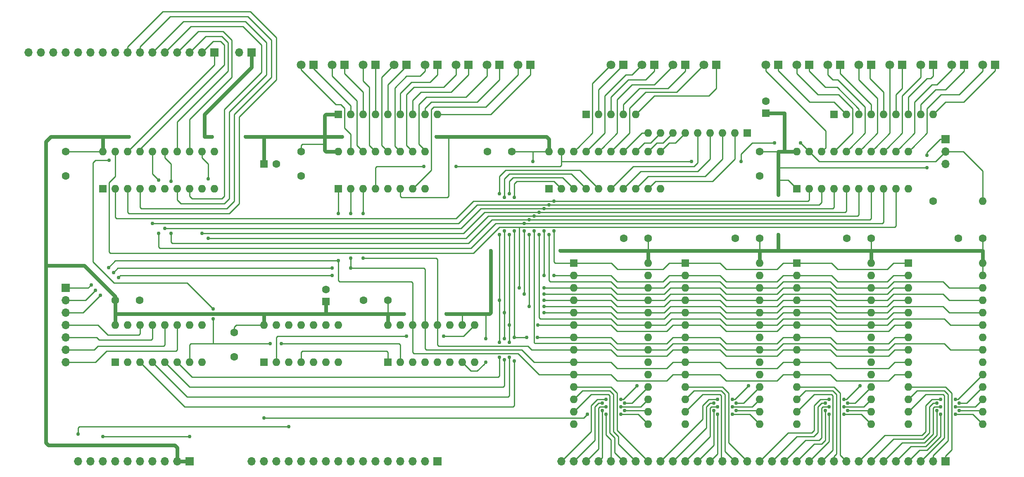
<source format=gtl>
G04 #@! TF.GenerationSoftware,KiCad,Pcbnew,(5.1.5)-3*
G04 #@! TF.CreationDate,2022-12-08T21:56:05-08:00*
G04 #@! TF.ProjectId,control_unit_16,636f6e74-726f-46c5-9f75-6e69745f3136,rev?*
G04 #@! TF.SameCoordinates,Original*
G04 #@! TF.FileFunction,Copper,L1,Top*
G04 #@! TF.FilePolarity,Positive*
%FSLAX46Y46*%
G04 Gerber Fmt 4.6, Leading zero omitted, Abs format (unit mm)*
G04 Created by KiCad (PCBNEW (5.1.5)-3) date 2022-12-08 21:56:05*
%MOMM*%
%LPD*%
G04 APERTURE LIST*
%ADD10O,1.600000X1.600000*%
%ADD11R,1.600000X1.600000*%
%ADD12O,1.700000X1.700000*%
%ADD13R,1.700000X1.700000*%
%ADD14C,1.600000*%
%ADD15C,1.800000*%
%ADD16R,1.800000X1.800000*%
%ADD17C,0.762000*%
%ADD18C,0.762000*%
%ADD19C,0.254000*%
G04 APERTURE END LIST*
D10*
X116840000Y-81280000D03*
X134620000Y-88900000D03*
X119380000Y-81280000D03*
X132080000Y-88900000D03*
X121920000Y-81280000D03*
X129540000Y-88900000D03*
X124460000Y-81280000D03*
X127000000Y-88900000D03*
X127000000Y-81280000D03*
X124460000Y-88900000D03*
X129540000Y-81280000D03*
X121920000Y-88900000D03*
X132080000Y-81280000D03*
X119380000Y-88900000D03*
X134620000Y-81280000D03*
D11*
X116840000Y-88900000D03*
D10*
X210820000Y-81280000D03*
X233680000Y-88900000D03*
X213360000Y-81280000D03*
X231140000Y-88900000D03*
X215900000Y-81280000D03*
X228600000Y-88900000D03*
X218440000Y-81280000D03*
X226060000Y-88900000D03*
X220980000Y-81280000D03*
X223520000Y-88900000D03*
X223520000Y-81280000D03*
X220980000Y-88900000D03*
X226060000Y-81280000D03*
X218440000Y-88900000D03*
X228600000Y-81280000D03*
X215900000Y-88900000D03*
X231140000Y-81280000D03*
X213360000Y-88900000D03*
X233680000Y-81280000D03*
D11*
X210820000Y-88900000D03*
D10*
X160020000Y-81280000D03*
X182880000Y-88900000D03*
X162560000Y-81280000D03*
X180340000Y-88900000D03*
X165100000Y-81280000D03*
X177800000Y-88900000D03*
X167640000Y-81280000D03*
X175260000Y-88900000D03*
X170180000Y-81280000D03*
X172720000Y-88900000D03*
X172720000Y-81280000D03*
X170180000Y-88900000D03*
X175260000Y-81280000D03*
X167640000Y-88900000D03*
X177800000Y-81280000D03*
X165100000Y-88900000D03*
X180340000Y-81280000D03*
X162560000Y-88900000D03*
X182880000Y-81280000D03*
D11*
X160020000Y-88900000D03*
D10*
X127000000Y-116840000D03*
X144780000Y-124460000D03*
X129540000Y-116840000D03*
X142240000Y-124460000D03*
X132080000Y-116840000D03*
X139700000Y-124460000D03*
X134620000Y-116840000D03*
X137160000Y-124460000D03*
X137160000Y-116840000D03*
X134620000Y-124460000D03*
X139700000Y-116840000D03*
X132080000Y-124460000D03*
X142240000Y-116840000D03*
X129540000Y-124460000D03*
X144780000Y-116840000D03*
D11*
X127000000Y-124460000D03*
D10*
X68580000Y-81280000D03*
X91440000Y-88900000D03*
X71120000Y-81280000D03*
X88900000Y-88900000D03*
X73660000Y-81280000D03*
X86360000Y-88900000D03*
X76200000Y-81280000D03*
X83820000Y-88900000D03*
X78740000Y-81280000D03*
X81280000Y-88900000D03*
X81280000Y-81280000D03*
X78740000Y-88900000D03*
X83820000Y-81280000D03*
X76200000Y-88900000D03*
X86360000Y-81280000D03*
X73660000Y-88900000D03*
X88900000Y-81280000D03*
X71120000Y-88900000D03*
X91440000Y-81280000D03*
D11*
X68580000Y-88900000D03*
D10*
X71120000Y-116840000D03*
X88900000Y-124460000D03*
X73660000Y-116840000D03*
X86360000Y-124460000D03*
X76200000Y-116840000D03*
X83820000Y-124460000D03*
X78740000Y-116840000D03*
X81280000Y-124460000D03*
X81280000Y-116840000D03*
X78740000Y-124460000D03*
X83820000Y-116840000D03*
X76200000Y-124460000D03*
X86360000Y-116840000D03*
X73660000Y-124460000D03*
X88900000Y-116840000D03*
D11*
X71120000Y-124460000D03*
D10*
X101600000Y-116840000D03*
X116840000Y-124460000D03*
X104140000Y-116840000D03*
X114300000Y-124460000D03*
X106680000Y-116840000D03*
X111760000Y-124460000D03*
X109220000Y-116840000D03*
X109220000Y-124460000D03*
X111760000Y-116840000D03*
X106680000Y-124460000D03*
X114300000Y-116840000D03*
X104140000Y-124460000D03*
X116840000Y-116840000D03*
D11*
X101600000Y-124460000D03*
D12*
X60960000Y-124460000D03*
X60960000Y-121920000D03*
X60960000Y-119380000D03*
X60960000Y-116840000D03*
X60960000Y-114300000D03*
X60960000Y-111760000D03*
D13*
X60960000Y-109220000D03*
D12*
X241300000Y-83820000D03*
X241300000Y-81280000D03*
D13*
X241300000Y-78740000D03*
D12*
X53340000Y-60960000D03*
X55880000Y-60960000D03*
X58420000Y-60960000D03*
X60960000Y-60960000D03*
X63500000Y-60960000D03*
X66040000Y-60960000D03*
X68580000Y-60960000D03*
X71120000Y-60960000D03*
X73660000Y-60960000D03*
X76200000Y-60960000D03*
X78740000Y-60960000D03*
X81280000Y-60960000D03*
X83820000Y-60960000D03*
X86360000Y-60960000D03*
X88900000Y-60960000D03*
D13*
X91440000Y-60960000D03*
D10*
X248920000Y-91440000D03*
D14*
X238760000Y-91440000D03*
D12*
X96520000Y-60960000D03*
D13*
X99060000Y-60960000D03*
X86360000Y-144780000D03*
D12*
X83820000Y-144780000D03*
X81280000Y-144780000D03*
X78740000Y-144780000D03*
X76200000Y-144780000D03*
X73660000Y-144780000D03*
X71120000Y-144780000D03*
X68580000Y-144780000D03*
X66040000Y-144780000D03*
X63500000Y-144780000D03*
D13*
X137160000Y-144780000D03*
D12*
X134620000Y-144780000D03*
X132080000Y-144780000D03*
X129540000Y-144780000D03*
X127000000Y-144780000D03*
X124460000Y-144780000D03*
X121920000Y-144780000D03*
X119380000Y-144780000D03*
X116840000Y-144780000D03*
X114300000Y-144780000D03*
X111760000Y-144780000D03*
X109220000Y-144780000D03*
X106680000Y-144780000D03*
X104140000Y-144780000D03*
X101600000Y-144780000D03*
X99060000Y-144780000D03*
D13*
X241300000Y-144780000D03*
D12*
X238760000Y-144780000D03*
X236220000Y-144780000D03*
X233680000Y-144780000D03*
X231140000Y-144780000D03*
X228600000Y-144780000D03*
X226060000Y-144780000D03*
X223520000Y-144780000D03*
X220980000Y-144780000D03*
X218440000Y-144780000D03*
X215900000Y-144780000D03*
X213360000Y-144780000D03*
X210820000Y-144780000D03*
X208280000Y-144780000D03*
X205740000Y-144780000D03*
X203200000Y-144780000D03*
X200660000Y-144780000D03*
X198120000Y-144780000D03*
X195580000Y-144780000D03*
X193040000Y-144780000D03*
X190500000Y-144780000D03*
X187960000Y-144780000D03*
X185420000Y-144780000D03*
X182880000Y-144780000D03*
X180340000Y-144780000D03*
X177800000Y-144780000D03*
X175260000Y-144780000D03*
X172720000Y-144780000D03*
X170180000Y-144780000D03*
X167640000Y-144780000D03*
X165100000Y-144780000D03*
X162560000Y-144780000D03*
D15*
X153670000Y-63500000D03*
D16*
X156210000Y-63500000D03*
D15*
X147320000Y-63500000D03*
D16*
X149860000Y-63500000D03*
D15*
X140970000Y-63500000D03*
D16*
X143510000Y-63500000D03*
D15*
X134620000Y-63500000D03*
D16*
X137160000Y-63500000D03*
D15*
X128270000Y-63500000D03*
D16*
X130810000Y-63500000D03*
D15*
X121920000Y-63500000D03*
D16*
X124460000Y-63500000D03*
D15*
X115570000Y-63500000D03*
D16*
X118110000Y-63500000D03*
D15*
X109220000Y-63500000D03*
D16*
X111760000Y-63500000D03*
D15*
X248920000Y-63500000D03*
D16*
X251460000Y-63500000D03*
D15*
X242570000Y-63500000D03*
D16*
X245110000Y-63500000D03*
D15*
X236220000Y-63500000D03*
D16*
X238760000Y-63500000D03*
D15*
X229870000Y-63500000D03*
D16*
X232410000Y-63500000D03*
D15*
X223520000Y-63500000D03*
D16*
X226060000Y-63500000D03*
D15*
X217170000Y-63500000D03*
D16*
X219710000Y-63500000D03*
D15*
X210820000Y-63500000D03*
D16*
X213360000Y-63500000D03*
D15*
X204470000Y-63500000D03*
D16*
X207010000Y-63500000D03*
D15*
X191770000Y-63500000D03*
D16*
X194310000Y-63500000D03*
D15*
X185420000Y-63500000D03*
D16*
X187960000Y-63500000D03*
D15*
X179070000Y-63500000D03*
D16*
X181610000Y-63500000D03*
D15*
X172720000Y-63500000D03*
D16*
X175260000Y-63500000D03*
D10*
X248920000Y-104140000D03*
X233680000Y-137160000D03*
X248920000Y-106680000D03*
X233680000Y-134620000D03*
X248920000Y-109220000D03*
X233680000Y-132080000D03*
X248920000Y-111760000D03*
X233680000Y-129540000D03*
X248920000Y-114300000D03*
X233680000Y-127000000D03*
X248920000Y-116840000D03*
X233680000Y-124460000D03*
X248920000Y-119380000D03*
X233680000Y-121920000D03*
X248920000Y-121920000D03*
X233680000Y-119380000D03*
X248920000Y-124460000D03*
X233680000Y-116840000D03*
X248920000Y-127000000D03*
X233680000Y-114300000D03*
X248920000Y-129540000D03*
X233680000Y-111760000D03*
X248920000Y-132080000D03*
X233680000Y-109220000D03*
X248920000Y-134620000D03*
X233680000Y-106680000D03*
X248920000Y-137160000D03*
D11*
X233680000Y-104140000D03*
D10*
X226060000Y-104140000D03*
X210820000Y-137160000D03*
X226060000Y-106680000D03*
X210820000Y-134620000D03*
X226060000Y-109220000D03*
X210820000Y-132080000D03*
X226060000Y-111760000D03*
X210820000Y-129540000D03*
X226060000Y-114300000D03*
X210820000Y-127000000D03*
X226060000Y-116840000D03*
X210820000Y-124460000D03*
X226060000Y-119380000D03*
X210820000Y-121920000D03*
X226060000Y-121920000D03*
X210820000Y-119380000D03*
X226060000Y-124460000D03*
X210820000Y-116840000D03*
X226060000Y-127000000D03*
X210820000Y-114300000D03*
X226060000Y-129540000D03*
X210820000Y-111760000D03*
X226060000Y-132080000D03*
X210820000Y-109220000D03*
X226060000Y-134620000D03*
X210820000Y-106680000D03*
X226060000Y-137160000D03*
D11*
X210820000Y-104140000D03*
D10*
X203200000Y-104140000D03*
X187960000Y-137160000D03*
X203200000Y-106680000D03*
X187960000Y-134620000D03*
X203200000Y-109220000D03*
X187960000Y-132080000D03*
X203200000Y-111760000D03*
X187960000Y-129540000D03*
X203200000Y-114300000D03*
X187960000Y-127000000D03*
X203200000Y-116840000D03*
X187960000Y-124460000D03*
X203200000Y-119380000D03*
X187960000Y-121920000D03*
X203200000Y-121920000D03*
X187960000Y-119380000D03*
X203200000Y-124460000D03*
X187960000Y-116840000D03*
X203200000Y-127000000D03*
X187960000Y-114300000D03*
X203200000Y-129540000D03*
X187960000Y-111760000D03*
X203200000Y-132080000D03*
X187960000Y-109220000D03*
X203200000Y-134620000D03*
X187960000Y-106680000D03*
X203200000Y-137160000D03*
D11*
X187960000Y-104140000D03*
D10*
X180340000Y-104140000D03*
X165100000Y-137160000D03*
X180340000Y-106680000D03*
X165100000Y-134620000D03*
X180340000Y-109220000D03*
X165100000Y-132080000D03*
X180340000Y-111760000D03*
X165100000Y-129540000D03*
X180340000Y-114300000D03*
X165100000Y-127000000D03*
X180340000Y-116840000D03*
X165100000Y-124460000D03*
X180340000Y-119380000D03*
X165100000Y-121920000D03*
X180340000Y-121920000D03*
X165100000Y-119380000D03*
X180340000Y-124460000D03*
X165100000Y-116840000D03*
X180340000Y-127000000D03*
X165100000Y-114300000D03*
X180340000Y-129540000D03*
X165100000Y-111760000D03*
X180340000Y-132080000D03*
X165100000Y-109220000D03*
X180340000Y-134620000D03*
X165100000Y-106680000D03*
X180340000Y-137160000D03*
D11*
X165100000Y-104140000D03*
D10*
X180340000Y-77470000D03*
X182880000Y-77470000D03*
X185420000Y-77470000D03*
X187960000Y-77470000D03*
X190500000Y-77470000D03*
X193040000Y-77470000D03*
X195580000Y-77470000D03*
X198120000Y-77470000D03*
D11*
X200660000Y-77470000D03*
D10*
X137160000Y-73660000D03*
X134620000Y-73660000D03*
X132080000Y-73660000D03*
X129540000Y-73660000D03*
X127000000Y-73660000D03*
X124460000Y-73660000D03*
X121920000Y-73660000D03*
X119380000Y-73660000D03*
D11*
X116840000Y-73660000D03*
D10*
X238760000Y-73660000D03*
X236220000Y-73660000D03*
X233680000Y-73660000D03*
X231140000Y-73660000D03*
X228600000Y-73660000D03*
X226060000Y-73660000D03*
X223520000Y-73660000D03*
X220980000Y-73660000D03*
D11*
X218440000Y-73660000D03*
D10*
X177800000Y-73660000D03*
X175260000Y-73660000D03*
X172720000Y-73660000D03*
X170180000Y-73660000D03*
D11*
X167640000Y-73660000D03*
D14*
X204470000Y-70906000D03*
D11*
X204470000Y-73406000D03*
D14*
X114300000Y-109514000D03*
D11*
X114300000Y-112014000D03*
D14*
X104100000Y-83820000D03*
D11*
X101600000Y-83820000D03*
D14*
X95504000Y-123364000D03*
X95504000Y-118364000D03*
X243920000Y-99060000D03*
X248920000Y-99060000D03*
X221060000Y-99060000D03*
X226060000Y-99060000D03*
X109220000Y-86280000D03*
X109220000Y-81280000D03*
X203200000Y-86280000D03*
X203200000Y-81280000D03*
X147400000Y-81280000D03*
X152400000Y-81280000D03*
X198200000Y-99060000D03*
X203200000Y-99060000D03*
X122000000Y-111760000D03*
X127000000Y-111760000D03*
X76120000Y-111760000D03*
X71120000Y-111760000D03*
X60960000Y-86280000D03*
X60960000Y-81280000D03*
X175340000Y-99060000D03*
X180340000Y-99060000D03*
D17*
X140208000Y-114554000D03*
X138938000Y-114554000D03*
X130302000Y-114554000D03*
X129032000Y-114554000D03*
X116332000Y-78232000D03*
X117602000Y-78232000D03*
X136906000Y-78232000D03*
X138176000Y-78232000D03*
X89408000Y-78232000D03*
X207010000Y-98298000D03*
X207010000Y-99568000D03*
X207010000Y-90170000D03*
X207010000Y-88900000D03*
X237490000Y-82042000D03*
X237490000Y-84582000D03*
X163576000Y-101600000D03*
X162306000Y-101600000D03*
X148082000Y-102616000D03*
X148082000Y-101600018D03*
X72643998Y-78232000D03*
X97789996Y-78232000D03*
X99314000Y-78232000D03*
X73914000Y-78232000D03*
X90932000Y-78232000D03*
X147066000Y-124460008D03*
X147066000Y-119634000D03*
X156718000Y-83311992D03*
X174752000Y-132080000D03*
X171704000Y-132080000D03*
X178054000Y-129286000D03*
X175514000Y-132842000D03*
X170942000Y-132842000D03*
X171704000Y-133604000D03*
X174752000Y-133604000D03*
X170942000Y-134366000D03*
X175514000Y-134366000D03*
X174752000Y-135128000D03*
X167894000Y-135128000D03*
X171704000Y-135128000D03*
X101600010Y-135890000D03*
X197612000Y-132080000D03*
X194564000Y-132080000D03*
X200914000Y-129286000D03*
X198374000Y-132842000D03*
X193802000Y-132842000D03*
X194564000Y-133604000D03*
X197612000Y-133604000D03*
X193802000Y-134366000D03*
X198374000Y-134366000D03*
X194564000Y-135128000D03*
X197612000Y-135128000D03*
X220472000Y-132080000D03*
X217424000Y-132080000D03*
X223774000Y-129286000D03*
X221234000Y-132842000D03*
X216662000Y-132842000D03*
X217424000Y-133604000D03*
X220472000Y-133604000D03*
X216662000Y-134366000D03*
X221234000Y-134366000D03*
X217424000Y-135128000D03*
X220472000Y-135128000D03*
X243332000Y-132080000D03*
X240284000Y-132080000D03*
X244094000Y-132842000D03*
X239522000Y-132842000D03*
X243332000Y-133604000D03*
X240284000Y-133604000D03*
X244094000Y-134366000D03*
X239522000Y-134366000D03*
X240284000Y-135128000D03*
X243332000Y-135128000D03*
X91186000Y-115570000D03*
X91186000Y-113538000D03*
X68580000Y-139700000D03*
X86360000Y-139700000D03*
X102870000Y-120649996D03*
X105156000Y-120650000D03*
X69850000Y-83057998D03*
X63500000Y-139192000D03*
X106680000Y-137668000D03*
X130810000Y-119126000D03*
X138430000Y-119126000D03*
X160020000Y-92202000D03*
X160020000Y-98298000D03*
X78740000Y-96012000D03*
X80010000Y-87122000D03*
X159004000Y-110490000D03*
X154940000Y-96012000D03*
X154940000Y-97536000D03*
X154940000Y-110489992D03*
X80010000Y-98044000D03*
X82550000Y-87376010D03*
X159004000Y-113030000D03*
X155956000Y-95250000D03*
X155956000Y-98298000D03*
X155955994Y-113029994D03*
X82550000Y-98044000D03*
X116840000Y-93980000D03*
X116840000Y-103632000D03*
X69723000Y-105029000D03*
X66167000Y-108585000D03*
X157988000Y-93726000D03*
X157988000Y-98298000D03*
X88900000Y-98044000D03*
X119380000Y-93980000D03*
X119380000Y-103124000D03*
X119380000Y-105156000D03*
X115570000Y-105156000D03*
X70739000Y-106045000D03*
X67056000Y-109728000D03*
X121920000Y-93980000D03*
X121920000Y-103124000D03*
X115570000Y-106680000D03*
X71755000Y-107061000D03*
X68072000Y-110744000D03*
X90170000Y-86868000D03*
X156972000Y-94488000D03*
X156972000Y-97536000D03*
X90170000Y-99060000D03*
X155448000Y-119380000D03*
X157680010Y-119380000D03*
X152908000Y-97536000D03*
X152908000Y-90678000D03*
X152908006Y-124206000D03*
X152908000Y-119380000D03*
X157734000Y-116840000D03*
X151892000Y-98298000D03*
X151892000Y-89916000D03*
X151892000Y-123444000D03*
X151891998Y-120396000D03*
X151892000Y-116840007D03*
X159004000Y-114300000D03*
X150876000Y-97536000D03*
X150876000Y-90678000D03*
X150876000Y-114300000D03*
X150876004Y-119633996D03*
X150876000Y-123952000D03*
X159004000Y-111760000D03*
X149860000Y-98298000D03*
X149860000Y-89916000D03*
X149860000Y-111760000D03*
X149860000Y-120396000D03*
X149860000Y-123443998D03*
X153924000Y-109220000D03*
X159004000Y-109220000D03*
X161036000Y-106680000D03*
X159004000Y-92964000D03*
X159004000Y-97536002D03*
X159004000Y-106680000D03*
X81280000Y-97028000D03*
X161036000Y-91440000D03*
X161036000Y-97536000D03*
X140970000Y-84328000D03*
X134366000Y-84328000D03*
X206248000Y-79502000D03*
X211582000Y-79502000D03*
X199389976Y-83312000D03*
X189230000Y-83312000D03*
D18*
X213360000Y-101600000D02*
X212598000Y-101600000D01*
X138938000Y-114554000D02*
X140208000Y-114554000D01*
X129032000Y-114554000D02*
X130302000Y-114554000D01*
X117602000Y-78232000D02*
X116332000Y-78232000D01*
X138176000Y-78232000D02*
X136906000Y-78232000D01*
D19*
X139192000Y-90678000D02*
X139446000Y-90424000D01*
X129540000Y-90424000D02*
X129794000Y-90678000D01*
X139446000Y-90424000D02*
X139446000Y-78232000D01*
D18*
X139446000Y-78232000D02*
X138176000Y-78232000D01*
D19*
X129794000Y-90678000D02*
X139192000Y-90678000D01*
X129540000Y-88900000D02*
X129540000Y-90424000D01*
D18*
X212598000Y-101600000D02*
X226060000Y-101600000D01*
X226060000Y-101600000D02*
X233680000Y-101600000D01*
X180340000Y-101600000D02*
X203200000Y-101600000D01*
D19*
X248920000Y-101600000D02*
X248920000Y-99060000D01*
X226060000Y-101600000D02*
X226060000Y-98806000D01*
X203200000Y-99060000D02*
X203200000Y-101600000D01*
X180340000Y-99060000D02*
X180340000Y-101600000D01*
D18*
X248920000Y-101600000D02*
X248920000Y-104140000D01*
X226060000Y-104140000D02*
X226060000Y-101600000D01*
X203200000Y-104140000D02*
X203200000Y-101600000D01*
X180340000Y-104140000D02*
X180340000Y-101600000D01*
X160020000Y-78740000D02*
X159512000Y-78232000D01*
X160020000Y-81280000D02*
X160020000Y-78740000D01*
X159512000Y-78232000D02*
X139446000Y-78232000D01*
X116840000Y-81280000D02*
X114300000Y-81280000D01*
X114300000Y-81280000D02*
X114046000Y-81026000D01*
X116332000Y-78232000D02*
X114046000Y-78232000D01*
X114046000Y-78232000D02*
X114046000Y-73914000D01*
X114046000Y-73914000D02*
X114300000Y-73660000D01*
X114300000Y-73660000D02*
X116840000Y-73660000D01*
X68580000Y-81280000D02*
X68580000Y-78232000D01*
X71120000Y-116840000D02*
X71120000Y-114554000D01*
X101600000Y-115708630D02*
X101600000Y-114554000D01*
X101600000Y-116840000D02*
X101600000Y-115708630D01*
D19*
X109474000Y-79756000D02*
X114046000Y-79756000D01*
X109220000Y-81280000D02*
X109220000Y-80010000D01*
X109220000Y-80010000D02*
X109474000Y-79756000D01*
D18*
X114046000Y-81026000D02*
X114046000Y-79756000D01*
X114046000Y-79756000D02*
X114046000Y-78232000D01*
D19*
X152400000Y-81280000D02*
X160020000Y-81280000D01*
X60960000Y-81280000D02*
X68580000Y-81280000D01*
D18*
X101600000Y-83820000D02*
X101600000Y-78486000D01*
X101600000Y-78486000D02*
X101346000Y-78232000D01*
X114046000Y-78232000D02*
X101346000Y-78232000D01*
X101600000Y-114554000D02*
X114300000Y-114554000D01*
D19*
X248920000Y-106680000D02*
X248920000Y-104140000D01*
D18*
X57912000Y-78232000D02*
X68580000Y-78232000D01*
X56896000Y-79248000D02*
X57912000Y-78232000D01*
X83820000Y-141986000D02*
X83312000Y-141478000D01*
X83820000Y-144780000D02*
X83820000Y-141986000D01*
X57404000Y-141478000D02*
X56896000Y-140970000D01*
X83312000Y-141478000D02*
X57404000Y-141478000D01*
X83820000Y-144780000D02*
X86360000Y-144780000D01*
X99060000Y-60960000D02*
X99060000Y-62572000D01*
X99060000Y-62572000D02*
X99060000Y-64008000D01*
X99060000Y-64008000D02*
X89408000Y-73660000D01*
X89408000Y-73660000D02*
X89408000Y-78232000D01*
X89408000Y-78232000D02*
X89408000Y-78232000D01*
X233680000Y-101600000D02*
X238760000Y-101600000D01*
X238760000Y-101600000D02*
X248920000Y-101600000D01*
X207010000Y-101600000D02*
X207010000Y-99568000D01*
X207010000Y-101600000D02*
X212598000Y-101600000D01*
X203200000Y-101600000D02*
X207010000Y-101600000D01*
X207010000Y-99568000D02*
X207010000Y-98298000D01*
X207010000Y-90170000D02*
X207010000Y-88900000D01*
X207010000Y-88900000D02*
X207010000Y-88900000D01*
X207010000Y-83820000D02*
X207010000Y-81280000D01*
D19*
X203200000Y-81280000D02*
X207010000Y-81280000D01*
X207010000Y-87122000D02*
X209042000Y-87122000D01*
D18*
X207010000Y-88900000D02*
X207010000Y-87122000D01*
D19*
X209042000Y-87122000D02*
X210820000Y-88900000D01*
X237490000Y-81446000D02*
X237490000Y-82042000D01*
X241300000Y-78740000D02*
X240196000Y-78740000D01*
X240196000Y-78740000D02*
X237490000Y-81446000D01*
X237490000Y-84582000D02*
X235712000Y-84582000D01*
X235712000Y-84582000D02*
X207010000Y-84582000D01*
D18*
X207010000Y-87122000D02*
X207010000Y-84582000D01*
X207010000Y-84582000D02*
X207010000Y-83820000D01*
X180340000Y-101600000D02*
X163576000Y-101600000D01*
X163576000Y-101600000D02*
X162306000Y-101600000D01*
X148082000Y-113538000D02*
X148082000Y-102616000D01*
X148082000Y-102616000D02*
X148082000Y-101600018D01*
X148082000Y-114300000D02*
X148082000Y-113538000D01*
X147828000Y-114554000D02*
X148082000Y-114300000D01*
D19*
X127000000Y-111760000D02*
X127000000Y-114554000D01*
D18*
X114300000Y-114554000D02*
X127000000Y-114554000D01*
X127000000Y-114554000D02*
X129540000Y-114554000D01*
X127000000Y-116840000D02*
X127000000Y-114554000D01*
D19*
X142240000Y-116840000D02*
X142240000Y-114554000D01*
D18*
X140208000Y-114554000D02*
X142240000Y-114554000D01*
X142240000Y-114554000D02*
X147828000Y-114554000D01*
X68580000Y-78232000D02*
X72643998Y-78232000D01*
X101346000Y-78232000D02*
X97789996Y-78232000D01*
X72643998Y-78232000D02*
X73914000Y-78232000D01*
X89408000Y-78232000D02*
X90932000Y-78232000D01*
D19*
X145288008Y-126238000D02*
X146685001Y-124841007D01*
X144018000Y-126238000D02*
X145288008Y-126238000D01*
X142240000Y-124460000D02*
X144018000Y-126238000D01*
X146685001Y-124841007D02*
X147066000Y-124460008D01*
X147066000Y-119095185D02*
X147066000Y-119634000D01*
X147066000Y-114554000D02*
X147066000Y-119095185D01*
X156718000Y-81280000D02*
X156718000Y-83311992D01*
X160020000Y-81280000D02*
X156718000Y-81280000D01*
D18*
X208280000Y-81280000D02*
X210820000Y-81280000D01*
X207010000Y-81280000D02*
X208280000Y-81280000D01*
X208280000Y-73406000D02*
X204470000Y-73406000D01*
X208280000Y-81280000D02*
X208280000Y-73406000D01*
D19*
X95504000Y-118364000D02*
X95504000Y-117232630D01*
X95504000Y-117232630D02*
X95896630Y-116840000D01*
X95896630Y-116840000D02*
X101600000Y-116840000D01*
D18*
X114300000Y-112014000D02*
X114300000Y-114554000D01*
X73660000Y-114554000D02*
X101600000Y-114554000D01*
X71120000Y-114554000D02*
X73660000Y-114554000D01*
X56896000Y-140970000D02*
X56896000Y-104648000D01*
X56896000Y-104648000D02*
X56896000Y-79248000D01*
X64770000Y-104648000D02*
X56896000Y-104648000D01*
X71120000Y-114554000D02*
X71120000Y-110998000D01*
X71120000Y-110998000D02*
X64770000Y-104648000D01*
D19*
X165899999Y-80480001D02*
X165100000Y-81280000D01*
X168910000Y-77470000D02*
X165899999Y-80480001D01*
X172720000Y-63500000D02*
X168910000Y-67310000D01*
X168910000Y-67310000D02*
X168910000Y-77470000D01*
X170180000Y-68580000D02*
X175260000Y-63500000D01*
X170180000Y-73660000D02*
X170180000Y-68580000D01*
X171450000Y-69850000D02*
X175768000Y-65532000D01*
X167640000Y-81280000D02*
X171450000Y-77470000D01*
X171450000Y-77470000D02*
X171450000Y-69850000D01*
X175768000Y-65532000D02*
X177038000Y-65532000D01*
X177038000Y-65532000D02*
X179070000Y-63500000D01*
X176276000Y-66548000D02*
X179832000Y-66548000D01*
X179832000Y-66548000D02*
X181610000Y-64770000D01*
X172720000Y-73660000D02*
X172720000Y-70104000D01*
X181610000Y-64770000D02*
X181610000Y-63500000D01*
X172720000Y-70104000D02*
X176276000Y-66548000D01*
X170979999Y-80480001D02*
X170180000Y-81280000D01*
X185420000Y-63754000D02*
X181610000Y-67564000D01*
X173990000Y-77470000D02*
X170979999Y-80480001D01*
X177038000Y-67564000D02*
X173990000Y-70612000D01*
X173990000Y-70612000D02*
X173990000Y-77470000D01*
X185420000Y-63500000D02*
X185420000Y-63754000D01*
X181610000Y-67564000D02*
X177038000Y-67564000D01*
X184404000Y-68326000D02*
X187960000Y-64770000D01*
X178562000Y-68326000D02*
X184404000Y-68326000D01*
X175260000Y-73660000D02*
X175260000Y-71628000D01*
X187960000Y-64770000D02*
X187960000Y-63500000D01*
X175260000Y-71628000D02*
X178562000Y-68326000D01*
X172720000Y-81280000D02*
X176530000Y-77470000D01*
X176530000Y-72390000D02*
X179832000Y-69088000D01*
X176530000Y-77470000D02*
X176530000Y-72390000D01*
X179832000Y-69088000D02*
X186182000Y-69088000D01*
X188976000Y-66294000D02*
X191770000Y-63500000D01*
X186182000Y-69088000D02*
X188976000Y-66294000D01*
X194310000Y-68326000D02*
X194310000Y-63500000D01*
X177800000Y-73660000D02*
X181610000Y-69850000D01*
X192786000Y-69850000D02*
X194310000Y-68326000D01*
X181610000Y-69850000D02*
X192786000Y-69850000D01*
X204470000Y-64770000D02*
X204470000Y-63500000D01*
X216699999Y-76999999D02*
X204470000Y-64770000D01*
X216699999Y-80480001D02*
X216699999Y-76999999D01*
X215900000Y-81280000D02*
X216699999Y-80480001D01*
X220180001Y-72860001D02*
X220980000Y-73660000D01*
X218440000Y-71120000D02*
X220180001Y-72860001D01*
X213476000Y-71120000D02*
X218440000Y-71120000D01*
X207010000Y-63500000D02*
X207010000Y-64654000D01*
X207010000Y-64654000D02*
X213476000Y-71120000D01*
X210820000Y-65278000D02*
X210820000Y-63500000D01*
X222250000Y-77470000D02*
X222250000Y-72445019D01*
X218440000Y-81280000D02*
X222250000Y-77470000D01*
X219400981Y-69596000D02*
X215138000Y-69596000D01*
X222250000Y-72445019D02*
X219400981Y-69596000D01*
X215138000Y-69596000D02*
X210820000Y-65278000D01*
X223520000Y-72528630D02*
X223520000Y-73660000D01*
X213360000Y-64770000D02*
X216662000Y-68072000D01*
X213360000Y-63500000D02*
X213360000Y-64770000D01*
X216662000Y-68072000D02*
X219086000Y-68072000D01*
X219086000Y-68072000D02*
X223520000Y-72506000D01*
X223520000Y-72506000D02*
X223520000Y-72528630D01*
X224790000Y-77470000D02*
X221779999Y-80480001D01*
X217170000Y-63500000D02*
X217170000Y-65532000D01*
X218186000Y-66548000D02*
X219202000Y-66548000D01*
X219202000Y-66548000D02*
X224790000Y-72136000D01*
X221779999Y-80480001D02*
X220980000Y-81280000D01*
X217170000Y-65532000D02*
X218186000Y-66548000D01*
X224790000Y-72136000D02*
X224790000Y-77470000D01*
X219710000Y-65278000D02*
X219710000Y-63500000D01*
X226060000Y-73660000D02*
X226060000Y-71628000D01*
X226060000Y-71628000D02*
X219710000Y-65278000D01*
X223520000Y-63500000D02*
X223520000Y-66548000D01*
X223520000Y-66548000D02*
X227330000Y-70358000D01*
X224319999Y-80480001D02*
X227330000Y-77470000D01*
X223520000Y-81280000D02*
X224319999Y-80480001D01*
X227330000Y-70358000D02*
X227330000Y-77470000D01*
X225806000Y-66294000D02*
X225806000Y-63500000D01*
X228600000Y-73660000D02*
X228600000Y-69088000D01*
X228600000Y-69088000D02*
X225806000Y-66294000D01*
X226060000Y-81280000D02*
X226859999Y-80480001D01*
X229870000Y-63500000D02*
X229870000Y-77470000D01*
X226859999Y-80480001D02*
X229870000Y-77470000D01*
X231140000Y-69596000D02*
X231140000Y-73660000D01*
X232410000Y-63500000D02*
X232410000Y-68326000D01*
X232410000Y-68326000D02*
X231140000Y-69596000D01*
X236220000Y-63500000D02*
X236220000Y-66040000D01*
X236220000Y-66040000D02*
X232410000Y-69850000D01*
X228600000Y-81280000D02*
X229399999Y-80480001D01*
X232410000Y-69850000D02*
X232410000Y-77470000D01*
X229399999Y-80480001D02*
X232410000Y-77470000D01*
X233680000Y-70104000D02*
X233680000Y-73660000D01*
X237490000Y-66294000D02*
X233680000Y-70104000D01*
X238252000Y-66294000D02*
X237490000Y-66294000D01*
X238760000Y-63500000D02*
X238760000Y-65786000D01*
X238760000Y-65786000D02*
X238252000Y-66294000D01*
X231939999Y-80480001D02*
X231140000Y-81280000D01*
X234950000Y-77470000D02*
X231939999Y-80480001D01*
X242570000Y-64516000D02*
X239522000Y-67564000D01*
X239522000Y-67564000D02*
X238506000Y-67564000D01*
X242570000Y-63500000D02*
X242570000Y-64516000D01*
X238506000Y-67564000D02*
X234950000Y-71120000D01*
X234950000Y-71120000D02*
X234950000Y-77470000D01*
X236220000Y-71628000D02*
X236220000Y-73660000D01*
X241300000Y-68580000D02*
X239268000Y-68580000D01*
X245110000Y-63500000D02*
X245110000Y-64770000D01*
X239268000Y-68580000D02*
X236220000Y-71628000D01*
X245110000Y-64770000D02*
X241300000Y-68580000D01*
X237490000Y-77470000D02*
X234479999Y-80480001D01*
X234479999Y-80480001D02*
X233680000Y-81280000D01*
X248920000Y-64770000D02*
X244094000Y-69596000D01*
X244094000Y-69596000D02*
X240339019Y-69596000D01*
X248920000Y-63500000D02*
X248920000Y-64770000D01*
X237490000Y-72445019D02*
X237490000Y-77470000D01*
X240339019Y-69596000D02*
X237490000Y-72445019D01*
X251460000Y-64654000D02*
X251460000Y-63500000D01*
X244994000Y-71120000D02*
X251460000Y-64654000D01*
X238760000Y-73660000D02*
X241300000Y-71120000D01*
X241300000Y-71120000D02*
X244994000Y-71120000D01*
X109220000Y-64516000D02*
X109220000Y-63500000D01*
X116332000Y-71628000D02*
X109220000Y-64516000D01*
X119380000Y-77724000D02*
X118110000Y-76454000D01*
X119380000Y-81280000D02*
X119380000Y-77724000D01*
X118110000Y-76454000D02*
X118110000Y-72390000D01*
X118110000Y-72390000D02*
X117348000Y-71628000D01*
X117348000Y-71628000D02*
X116332000Y-71628000D01*
X119380000Y-71882000D02*
X119380000Y-73660000D01*
X111760000Y-63500000D02*
X111760000Y-64262000D01*
X111760000Y-64262000D02*
X119380000Y-71882000D01*
X121120001Y-80480001D02*
X121920000Y-81280000D01*
X120650000Y-80010000D02*
X121120001Y-80480001D01*
X120650000Y-70866000D02*
X120650000Y-80010000D01*
X115570000Y-63500000D02*
X115570000Y-65786000D01*
X115570000Y-65786000D02*
X120650000Y-70866000D01*
X121920000Y-72528630D02*
X121920000Y-73660000D01*
X121920000Y-69088000D02*
X121920000Y-72528630D01*
X118110000Y-63500000D02*
X118110000Y-65278000D01*
X118110000Y-65278000D02*
X121920000Y-69088000D01*
X124460000Y-81280000D02*
X124714000Y-81280000D01*
X121920000Y-66802000D02*
X121920000Y-63500000D01*
X123190000Y-68072000D02*
X121920000Y-66802000D01*
X124460000Y-81280000D02*
X123190000Y-80010000D01*
X123190000Y-80010000D02*
X123190000Y-68072000D01*
X124460000Y-72528630D02*
X124460000Y-73660000D01*
X124460000Y-63500000D02*
X124460000Y-72528630D01*
X126200001Y-80480001D02*
X127000000Y-81280000D01*
X128270000Y-63500000D02*
X125730000Y-66040000D01*
X125730000Y-80010000D02*
X126200001Y-80480001D01*
X125730000Y-66040000D02*
X125730000Y-80010000D01*
X127000000Y-67564000D02*
X127000000Y-73660000D01*
X130302000Y-64262000D02*
X127000000Y-67564000D01*
X134620000Y-64770000D02*
X134620000Y-63500000D01*
X128412999Y-80152999D02*
X128412999Y-68183001D01*
X129540000Y-81280000D02*
X128412999Y-80152999D01*
X133604000Y-65786000D02*
X134620000Y-64770000D01*
X128412999Y-68183001D02*
X130810000Y-65786000D01*
X130810000Y-65786000D02*
X133604000Y-65786000D01*
X137160000Y-65532000D02*
X137160000Y-63500000D01*
X135636000Y-67056000D02*
X137160000Y-65532000D01*
X129540000Y-73660000D02*
X129540000Y-69342000D01*
X131826000Y-67056000D02*
X135636000Y-67056000D01*
X129540000Y-69342000D02*
X131826000Y-67056000D01*
X132080000Y-81280000D02*
X132080000Y-81534000D01*
X130810000Y-80010000D02*
X132080000Y-81280000D01*
X140970000Y-65532000D02*
X138430000Y-68072000D01*
X138430000Y-68072000D02*
X132334000Y-68072000D01*
X132334000Y-68072000D02*
X130810000Y-69596000D01*
X140970000Y-63500000D02*
X140970000Y-65532000D01*
X130810000Y-69596000D02*
X130810000Y-80010000D01*
X132080000Y-72390000D02*
X132080000Y-73660000D01*
X143510000Y-65532000D02*
X139954000Y-69088000D01*
X139954000Y-69088000D02*
X133731000Y-69088000D01*
X133731000Y-69088000D02*
X132080000Y-70739000D01*
X143510000Y-63500000D02*
X143510000Y-65532000D01*
X132080000Y-70739000D02*
X132080000Y-72390000D01*
X147320000Y-65786000D02*
X143002000Y-70104000D01*
X147320000Y-63500000D02*
X147320000Y-65786000D01*
X133350000Y-71628000D02*
X133350000Y-79756000D01*
X133350000Y-79756000D02*
X134620000Y-81026000D01*
X134874000Y-70104000D02*
X133350000Y-71628000D01*
X143002000Y-70104000D02*
X134874000Y-70104000D01*
X135890000Y-71120000D02*
X134620000Y-72390000D01*
X134620000Y-72390000D02*
X134620000Y-73660000D01*
X145288000Y-71120000D02*
X135890000Y-71120000D01*
X149860000Y-63500000D02*
X149860000Y-66548000D01*
X149860000Y-66548000D02*
X145288000Y-71120000D01*
X135890000Y-85090000D02*
X135890000Y-72644000D01*
X153670000Y-65532000D02*
X153670000Y-63500000D01*
X132080000Y-88900000D02*
X135890000Y-85090000D01*
X136398000Y-72136000D02*
X147066000Y-72136000D01*
X135890000Y-72644000D02*
X136398000Y-72136000D01*
X147066000Y-72136000D02*
X153670000Y-65532000D01*
X148082000Y-73660000D02*
X137414000Y-73660000D01*
X156210000Y-63500000D02*
X156210000Y-65532000D01*
X137414000Y-73660000D02*
X137160000Y-73660000D01*
X156210000Y-65532000D02*
X148082000Y-73660000D01*
X83820000Y-121920000D02*
X83820000Y-116840000D01*
X83566000Y-122174000D02*
X83820000Y-121920000D01*
X69342000Y-122174000D02*
X83566000Y-122174000D01*
X60960000Y-124460000D02*
X67056000Y-124460000D01*
X67056000Y-124460000D02*
X69342000Y-122174000D01*
X66802000Y-121920000D02*
X67564000Y-121158000D01*
X60960000Y-121920000D02*
X66802000Y-121920000D01*
X81026000Y-121158000D02*
X81280000Y-120904000D01*
X67564000Y-121158000D02*
X81026000Y-121158000D01*
X81280000Y-118618000D02*
X81280000Y-116840000D01*
X81280000Y-120904000D02*
X81280000Y-118618000D01*
X78486000Y-119888000D02*
X78740000Y-119634000D01*
X67818000Y-119888000D02*
X78486000Y-119888000D01*
X60960000Y-119380000D02*
X67310000Y-119380000D01*
X78740000Y-119634000D02*
X78740000Y-116840000D01*
X67310000Y-119380000D02*
X67818000Y-119888000D01*
X75946000Y-118872000D02*
X76200000Y-118618000D01*
X69596000Y-118872000D02*
X75946000Y-118872000D01*
X76200000Y-118618000D02*
X76200000Y-116840000D01*
X60960000Y-116840000D02*
X67564000Y-116840000D01*
X67564000Y-116840000D02*
X69596000Y-118872000D01*
X175260000Y-132080000D02*
X178054000Y-129286000D01*
X174752000Y-132080000D02*
X175260000Y-132080000D01*
X171704000Y-132080000D02*
X169926000Y-132080000D01*
X169926000Y-132080000D02*
X168656000Y-133350000D01*
X162560000Y-144780000D02*
X168656000Y-138684000D01*
X168656000Y-133350000D02*
X168656000Y-138684000D01*
X177038000Y-132842000D02*
X175514000Y-132842000D01*
X180340000Y-129540000D02*
X177038000Y-132842000D01*
X169418000Y-133596297D02*
X170172297Y-132842000D01*
X170172297Y-132842000D02*
X170942000Y-132842000D01*
X165100000Y-144780000D02*
X169418000Y-140462000D01*
X169418000Y-140462000D02*
X169418000Y-133596297D01*
X178816000Y-133604000D02*
X174752000Y-133604000D01*
X180340000Y-132080000D02*
X178816000Y-133604000D01*
X170434000Y-133604000D02*
X170180000Y-133858000D01*
X171704000Y-133604000D02*
X170434000Y-133604000D01*
X170180000Y-133858000D02*
X170180000Y-138430000D01*
X170180000Y-142240000D02*
X170180000Y-138430000D01*
X167640000Y-144780000D02*
X170180000Y-142240000D01*
X180340000Y-134620000D02*
X180086000Y-134366000D01*
X180086000Y-134366000D02*
X175514000Y-134366000D01*
X170942000Y-138176000D02*
X170942000Y-134366000D01*
X170180000Y-144780000D02*
X170942000Y-144018000D01*
X170942000Y-144018000D02*
X170942000Y-138176000D01*
X178308000Y-135128000D02*
X174752000Y-135128000D01*
X180340000Y-137160000D02*
X178308000Y-135128000D01*
X171704000Y-139319000D02*
X171704000Y-135128000D01*
X172720000Y-144780000D02*
X172720000Y-140335000D01*
X172720000Y-140335000D02*
X171704000Y-139319000D01*
X167894000Y-135128000D02*
X167132000Y-135890000D01*
X167132000Y-135890000D02*
X101600010Y-135890000D01*
X173482000Y-143002000D02*
X175260000Y-144780000D01*
X173482000Y-139954000D02*
X173482000Y-143002000D01*
X168656000Y-131064000D02*
X172212000Y-131064000D01*
X172466000Y-138938000D02*
X173482000Y-139954000D01*
X165100000Y-134620000D02*
X168656000Y-131064000D01*
X172212000Y-131064000D02*
X172466000Y-131318000D01*
X172466000Y-131318000D02*
X172466000Y-138938000D01*
X174244000Y-139700000D02*
X174244000Y-141224000D01*
X166878000Y-130302000D02*
X172466000Y-130302000D01*
X165100000Y-132080000D02*
X166878000Y-130302000D01*
X174244000Y-141224000D02*
X177800000Y-144780000D01*
X173228000Y-138684000D02*
X174244000Y-139700000D01*
X172466000Y-130302000D02*
X173228000Y-131064000D01*
X173228000Y-131064000D02*
X173228000Y-138684000D01*
X175006000Y-139446000D02*
X180340000Y-144780000D01*
X173990000Y-138430000D02*
X175006000Y-139446000D01*
X165100000Y-129540000D02*
X172720000Y-129540000D01*
X173990000Y-130810000D02*
X173990000Y-138430000D01*
X172720000Y-129540000D02*
X173990000Y-130810000D01*
X198120000Y-132080000D02*
X197612000Y-132080000D01*
X200914000Y-129286000D02*
X198120000Y-132080000D01*
X194564000Y-132080000D02*
X192786000Y-132080000D01*
X192786000Y-132080000D02*
X191516000Y-133350000D01*
X183729999Y-143930001D02*
X191516000Y-136144000D01*
X182880000Y-144780000D02*
X183729999Y-143930001D01*
X191516000Y-133350000D02*
X191516000Y-136144000D01*
X199898000Y-132842000D02*
X198374000Y-132842000D01*
X203200000Y-129540000D02*
X199898000Y-132842000D01*
X193802000Y-132842000D02*
X193040000Y-132842000D01*
X193040000Y-132842000D02*
X192278000Y-133604000D01*
X186269999Y-143930001D02*
X192278000Y-137922000D01*
X185420000Y-144780000D02*
X186269999Y-143930001D01*
X192278000Y-133604000D02*
X192278000Y-137922000D01*
X201676000Y-133604000D02*
X197612000Y-133604000D01*
X203200000Y-132080000D02*
X201676000Y-133604000D01*
X193294000Y-133604000D02*
X193548000Y-133604000D01*
X193548000Y-133604000D02*
X194564000Y-133604000D01*
X193040000Y-133858000D02*
X193294000Y-133604000D01*
X187960000Y-144780000D02*
X193040000Y-139700000D01*
X193040000Y-139700000D02*
X193040000Y-133858000D01*
X203200000Y-134620000D02*
X202946000Y-134366000D01*
X202946000Y-134366000D02*
X198374000Y-134366000D01*
X193802000Y-137922000D02*
X193802000Y-134366000D01*
X190500000Y-144780000D02*
X193802000Y-141478000D01*
X193802000Y-141478000D02*
X193802000Y-137922000D01*
X201168000Y-135128000D02*
X197612000Y-135128000D01*
X203200000Y-137160000D02*
X201168000Y-135128000D01*
X194564000Y-137160000D02*
X194564000Y-135128000D01*
X193040000Y-144780000D02*
X194564000Y-143256000D01*
X194564000Y-143256000D02*
X194564000Y-137160000D01*
X195072000Y-131064000D02*
X191516000Y-131064000D01*
X191516000Y-131064000D02*
X187960000Y-134620000D01*
X195326000Y-131318000D02*
X195072000Y-131064000D01*
X195580000Y-144780000D02*
X195326000Y-144526000D01*
X195326000Y-144526000D02*
X195326000Y-131318000D01*
X189738000Y-130302000D02*
X187960000Y-132080000D01*
X196088000Y-131064000D02*
X195326000Y-130302000D01*
X198120000Y-144780000D02*
X196088000Y-142748000D01*
X195326000Y-130302000D02*
X189738000Y-130302000D01*
X196088000Y-142748000D02*
X196088000Y-131064000D01*
X195580000Y-129540000D02*
X187960000Y-129540000D01*
X196850000Y-130810000D02*
X195580000Y-129540000D01*
X200660000Y-144780000D02*
X196850000Y-140970000D01*
X196850000Y-140970000D02*
X196850000Y-130810000D01*
X220980000Y-132080000D02*
X220472000Y-132080000D01*
X223774000Y-129286000D02*
X220980000Y-132080000D01*
X215646000Y-132080000D02*
X214376000Y-133350000D01*
X217424000Y-132080000D02*
X215646000Y-132080000D01*
X209042000Y-138938000D02*
X203200000Y-144780000D01*
X213868000Y-138938000D02*
X209042000Y-138938000D01*
X214376000Y-133350000D02*
X214376000Y-138430000D01*
X214376000Y-138430000D02*
X213868000Y-138938000D01*
X222758000Y-132842000D02*
X221234000Y-132842000D01*
X226060000Y-129540000D02*
X222758000Y-132842000D01*
X215884593Y-132842000D02*
X216662000Y-132842000D01*
X210820000Y-139700000D02*
X214256067Y-139700000D01*
X215138000Y-133588593D02*
X215884593Y-132842000D01*
X214256067Y-139700000D02*
X215138000Y-138818067D01*
X205740000Y-144780000D02*
X210820000Y-139700000D01*
X215138000Y-138818067D02*
X215138000Y-133588593D01*
X224536000Y-133604000D02*
X220472000Y-133604000D01*
X226060000Y-132080000D02*
X224536000Y-133604000D01*
X216154000Y-133604000D02*
X216408000Y-133604000D01*
X212598000Y-140462000D02*
X215392000Y-140462000D01*
X216408000Y-133604000D02*
X217424000Y-133604000D01*
X215900000Y-139954000D02*
X215900000Y-133858000D01*
X208280000Y-144780000D02*
X212598000Y-140462000D01*
X215392000Y-140462000D02*
X215900000Y-139954000D01*
X215900000Y-133858000D02*
X216154000Y-133604000D01*
X226060000Y-134620000D02*
X225806000Y-134366000D01*
X225806000Y-134366000D02*
X221234000Y-134366000D01*
X216662000Y-138938000D02*
X216662000Y-134366000D01*
X215900000Y-141224000D02*
X216662000Y-140462000D01*
X210820000Y-144780000D02*
X214376000Y-141224000D01*
X216662000Y-140462000D02*
X216662000Y-138938000D01*
X214376000Y-141224000D02*
X215900000Y-141224000D01*
X224028000Y-135128000D02*
X220472000Y-135128000D01*
X226060000Y-137160000D02*
X224028000Y-135128000D01*
X217424000Y-135128000D02*
X217424000Y-138684000D01*
X217424000Y-140716000D02*
X217424000Y-138684000D01*
X213360000Y-144780000D02*
X217424000Y-140716000D01*
X218186000Y-131318000D02*
X218186000Y-136398000D01*
X210820000Y-134620000D02*
X214376000Y-131064000D01*
X217932000Y-131064000D02*
X218186000Y-131318000D01*
X214376000Y-131064000D02*
X217932000Y-131064000D01*
X218186000Y-142494000D02*
X218186000Y-136398000D01*
X215900000Y-144780000D02*
X218186000Y-142494000D01*
X212598000Y-130302000D02*
X210820000Y-132080000D01*
X218440000Y-143764000D02*
X218948000Y-143256000D01*
X218948000Y-131064000D02*
X218186000Y-130302000D01*
X218440000Y-144780000D02*
X218440000Y-143764000D01*
X218948000Y-143256000D02*
X218948000Y-131064000D01*
X218186000Y-130302000D02*
X212598000Y-130302000D01*
X218440000Y-129540000D02*
X219710000Y-130810000D01*
X210820000Y-129540000D02*
X218440000Y-129540000D01*
X219710000Y-130810000D02*
X219710000Y-135890000D01*
X219710000Y-143510000D02*
X219710000Y-135890000D01*
X220980000Y-144780000D02*
X219710000Y-143510000D01*
X248920000Y-127000000D02*
X243840000Y-132080000D01*
X243840000Y-132080000D02*
X243332000Y-132080000D01*
X228854000Y-139446000D02*
X236474000Y-139446000D01*
X223520000Y-144780000D02*
X228854000Y-139446000D01*
X236474000Y-139446000D02*
X237236000Y-138684000D01*
X237236000Y-138684000D02*
X237236000Y-133350000D01*
X238506000Y-132080000D02*
X240284000Y-132080000D01*
X237236000Y-133350000D02*
X238506000Y-132080000D01*
X245618000Y-132842000D02*
X244094000Y-132842000D01*
X248920000Y-129540000D02*
X245618000Y-132842000D01*
X238744593Y-132842000D02*
X239522000Y-132842000D01*
X230632000Y-140208000D02*
X236728000Y-140208000D01*
X226060000Y-144780000D02*
X230632000Y-140208000D01*
X237998000Y-133588593D02*
X238744593Y-132842000D01*
X236728000Y-140208000D02*
X237998000Y-138938000D01*
X237998000Y-138938000D02*
X237998000Y-133588593D01*
X247396000Y-133604000D02*
X243332000Y-133604000D01*
X248920000Y-132080000D02*
X247396000Y-133604000D01*
X239268000Y-133604000D02*
X240284000Y-133604000D01*
X239014000Y-133604000D02*
X239268000Y-133604000D01*
X238760000Y-133858000D02*
X239014000Y-133604000D01*
X232410000Y-140970000D02*
X236982000Y-140970000D01*
X228600000Y-144780000D02*
X232410000Y-140970000D01*
X236982000Y-140970000D02*
X238760000Y-139192000D01*
X238760000Y-139192000D02*
X238760000Y-133858000D01*
X248920000Y-134620000D02*
X248666000Y-134366000D01*
X248666000Y-134366000D02*
X244094000Y-134366000D01*
X239522000Y-139446000D02*
X239522000Y-134366000D01*
X237236000Y-141732000D02*
X239522000Y-139446000D01*
X231140000Y-144780000D02*
X234188000Y-141732000D01*
X234188000Y-141732000D02*
X237236000Y-141732000D01*
X246888000Y-135128000D02*
X243332000Y-135128000D01*
X248920000Y-137160000D02*
X246888000Y-135128000D01*
X240284000Y-138684000D02*
X240284000Y-135128000D01*
X240284000Y-139700000D02*
X240284000Y-138684000D01*
X237490000Y-142494000D02*
X240284000Y-139700000D01*
X233680000Y-144780000D02*
X235966000Y-142494000D01*
X235966000Y-142494000D02*
X237490000Y-142494000D01*
X237236000Y-131064000D02*
X233680000Y-134620000D01*
X240792000Y-131064000D02*
X237236000Y-131064000D01*
X241046000Y-131318000D02*
X240792000Y-131064000D01*
X236220000Y-144780000D02*
X241046000Y-139954000D01*
X241046000Y-139954000D02*
X241046000Y-131318000D01*
X235458000Y-130302000D02*
X241046000Y-130302000D01*
X233680000Y-132080000D02*
X235458000Y-130302000D01*
X241046000Y-130302000D02*
X241808000Y-131064000D01*
X241808000Y-131064000D02*
X241808000Y-136144000D01*
X241808000Y-140529919D02*
X241808000Y-136144000D01*
X238760000Y-144780000D02*
X238760000Y-143577919D01*
X238760000Y-143577919D02*
X241808000Y-140529919D01*
X241300000Y-143676000D02*
X242570000Y-142406000D01*
X241300000Y-144780000D02*
X241300000Y-143676000D01*
X242570000Y-142406000D02*
X242570000Y-137668000D01*
X242570000Y-130810000D02*
X242570000Y-137668000D01*
X233680000Y-129540000D02*
X241300000Y-129540000D01*
X241300000Y-129540000D02*
X242570000Y-130810000D01*
X91186000Y-118364000D02*
X91186000Y-115570000D01*
X91186000Y-119888000D02*
X91186000Y-118364000D01*
X68580000Y-139700000D02*
X86360000Y-139700000D01*
X91186000Y-120650000D02*
X91186000Y-119888000D01*
X86614000Y-120650000D02*
X91186000Y-120650000D01*
X86360000Y-124460000D02*
X86360000Y-120904000D01*
X86360000Y-120904000D02*
X86614000Y-120650000D01*
X102331185Y-120649996D02*
X102870000Y-120649996D01*
X91186000Y-119888000D02*
X91186000Y-120649996D01*
X91186000Y-120649996D02*
X102331185Y-120649996D01*
X105694815Y-120650000D02*
X105156000Y-120650000D01*
X129286000Y-120650000D02*
X105694815Y-120650000D01*
X129540000Y-124460000D02*
X129540000Y-120904000D01*
X129540000Y-120904000D02*
X129286000Y-120650000D01*
X67056002Y-83057998D02*
X69850000Y-83057998D01*
X85852000Y-108204000D02*
X70866000Y-108204000D01*
X91186000Y-113538000D02*
X85852000Y-108204000D01*
X70866000Y-108204000D02*
X66548000Y-103886000D01*
X66548000Y-103886000D02*
X66548000Y-83566000D01*
X66548000Y-83566000D02*
X67056002Y-83057998D01*
X63500000Y-139192000D02*
X63500000Y-139192000D01*
X63754000Y-137668000D02*
X106141185Y-137668000D01*
X63500000Y-139192000D02*
X63500000Y-137922000D01*
X106141185Y-137668000D02*
X106680000Y-137668000D01*
X63500000Y-137922000D02*
X63754000Y-137668000D01*
X73660000Y-59757919D02*
X73660000Y-60960000D01*
X98806000Y-52578000D02*
X80839919Y-52578000D01*
X104140000Y-57912000D02*
X98806000Y-52578000D01*
X80839919Y-52578000D02*
X73660000Y-59757919D01*
X104140000Y-66548000D02*
X104140000Y-57912000D01*
X96520000Y-74168000D02*
X104140000Y-66548000D01*
X73660000Y-88900000D02*
X73660000Y-93726000D01*
X73660000Y-93726000D02*
X73914000Y-93980000D01*
X96520000Y-91948000D02*
X96520000Y-74168000D01*
X73914000Y-93980000D02*
X94488000Y-93980000D01*
X94488000Y-93980000D02*
X96520000Y-91948000D01*
X76454000Y-92964000D02*
X76200000Y-92710000D01*
X95504000Y-91440000D02*
X93980000Y-92964000D01*
X95504000Y-73660000D02*
X95504000Y-91440000D01*
X76200000Y-92710000D02*
X76200000Y-88900000D01*
X93980000Y-92964000D02*
X76454000Y-92964000D01*
X103124000Y-66040000D02*
X95504000Y-73660000D01*
X76200000Y-59757919D02*
X82363919Y-53594000D01*
X76200000Y-60960000D02*
X76200000Y-59757919D01*
X82363919Y-53594000D02*
X98298000Y-53594000D01*
X98298000Y-53594000D02*
X103124000Y-58420000D01*
X103124000Y-58420000D02*
X103124000Y-66040000D01*
X83820000Y-90031370D02*
X83820000Y-88900000D01*
X84582000Y-91948000D02*
X83820000Y-91186000D01*
X83820000Y-91186000D02*
X83820000Y-90031370D01*
X94488000Y-90932000D02*
X93472000Y-91948000D01*
X93472000Y-91948000D02*
X84582000Y-91948000D01*
X94488000Y-73152000D02*
X94488000Y-90932000D01*
X85090000Y-54610000D02*
X97790000Y-54610000D01*
X78740000Y-60960000D02*
X85090000Y-54610000D01*
X102108000Y-58928000D02*
X102108000Y-65532000D01*
X97790000Y-54610000D02*
X102108000Y-58928000D01*
X102108000Y-65532000D02*
X94488000Y-73152000D01*
X86614000Y-55626000D02*
X81280000Y-60960000D01*
X97282000Y-55626000D02*
X86614000Y-55626000D01*
X101092000Y-65024000D02*
X101092000Y-59436000D01*
X101092000Y-59436000D02*
X97282000Y-55626000D01*
X93472000Y-72644000D02*
X101092000Y-65024000D01*
X86360000Y-90424000D02*
X86868000Y-90932000D01*
X86360000Y-88900000D02*
X86360000Y-90424000D01*
X86868000Y-90932000D02*
X92964000Y-90932000D01*
X92964000Y-90932000D02*
X93472000Y-90424000D01*
X93472000Y-90424000D02*
X93472000Y-72644000D01*
X86360000Y-74676000D02*
X86360000Y-81280000D01*
X88138000Y-56642000D02*
X93218000Y-56642000D01*
X83820000Y-60960000D02*
X88138000Y-56642000D01*
X93218000Y-56642000D02*
X94996000Y-58420000D01*
X94996000Y-58420000D02*
X94996000Y-66040000D01*
X94996000Y-66040000D02*
X86360000Y-74676000D01*
X83820000Y-75184000D02*
X83820000Y-81280000D01*
X86360000Y-60960000D02*
X89662000Y-57658000D01*
X92964000Y-57658000D02*
X94234000Y-58928000D01*
X94234000Y-64770000D02*
X83820000Y-75184000D01*
X89662000Y-57658000D02*
X92964000Y-57658000D01*
X94234000Y-58928000D02*
X94234000Y-64770000D01*
X76200000Y-80772000D02*
X76200000Y-81280000D01*
X92710000Y-58674000D02*
X93472000Y-59436000D01*
X91186000Y-58674000D02*
X92710000Y-58674000D01*
X88900000Y-60960000D02*
X91186000Y-58674000D01*
X93472000Y-59436000D02*
X93472000Y-63500000D01*
X93472000Y-63500000D02*
X76200000Y-80772000D01*
X75692000Y-79248000D02*
X73660000Y-81280000D01*
X91440000Y-60960000D02*
X91440000Y-63500000D01*
X91440000Y-63500000D02*
X75692000Y-79248000D01*
X175260000Y-81280000D02*
X179070000Y-77470000D01*
X179070000Y-77470000D02*
X180340000Y-77470000D01*
X180848000Y-79502000D02*
X182880000Y-77470000D01*
X177800000Y-81280000D02*
X179578000Y-79502000D01*
X179578000Y-79502000D02*
X180848000Y-79502000D01*
X183388000Y-79502000D02*
X185420000Y-77470000D01*
X180340000Y-81280000D02*
X182118000Y-79502000D01*
X182118000Y-79502000D02*
X183388000Y-79502000D01*
X182880000Y-81280000D02*
X184658000Y-79502000D01*
X185928000Y-79502000D02*
X187960000Y-77470000D01*
X184658000Y-79502000D02*
X185928000Y-79502000D01*
X189738000Y-84328000D02*
X177292000Y-84328000D01*
X177292000Y-84328000D02*
X172720000Y-88900000D01*
X190500000Y-77470000D02*
X190500000Y-83566000D01*
X190500000Y-83566000D02*
X189738000Y-84328000D01*
X193040000Y-82804000D02*
X193040000Y-77470000D01*
X190500000Y-85344000D02*
X193040000Y-82804000D01*
X175260000Y-88900000D02*
X178816000Y-85344000D01*
X178816000Y-85344000D02*
X190500000Y-85344000D01*
X180340000Y-86360000D02*
X177800000Y-88900000D01*
X192024000Y-86360000D02*
X180340000Y-86360000D01*
X195580000Y-77470000D02*
X195580000Y-82804000D01*
X195580000Y-82804000D02*
X192024000Y-86360000D01*
X198120000Y-82804000D02*
X198120000Y-77470000D01*
X193548000Y-87376000D02*
X198120000Y-82804000D01*
X180340000Y-88900000D02*
X181864000Y-87376000D01*
X181864000Y-87376000D02*
X193548000Y-87376000D01*
X127000000Y-122428000D02*
X127000000Y-124460000D01*
X126746000Y-122174000D02*
X127000000Y-122428000D01*
X109474000Y-122174000D02*
X126746000Y-122174000D01*
X109220000Y-124460000D02*
X109220000Y-122428000D01*
X109220000Y-122428000D02*
X109474000Y-122174000D01*
X104394000Y-119126000D02*
X130271185Y-119126000D01*
X104140000Y-124460000D02*
X104140000Y-119380000D01*
X104140000Y-119380000D02*
X104394000Y-119126000D01*
X130271185Y-119126000D02*
X130810000Y-119126000D01*
X144780000Y-116840000D02*
X142494000Y-119126000D01*
X142494000Y-119126000D02*
X138430000Y-119126000D01*
X202068630Y-109220000D02*
X203200000Y-109220000D01*
X183515000Y-109220000D02*
X184785000Y-107950000D01*
X180340000Y-109220000D02*
X183515000Y-109220000D01*
X184785000Y-107950000D02*
X195072000Y-107950000D01*
X195072000Y-107950000D02*
X196342000Y-109220000D01*
X196342000Y-109220000D02*
X202068630Y-109220000D01*
X224928630Y-109220000D02*
X226060000Y-109220000D01*
X206756000Y-109220000D02*
X208026000Y-107950000D01*
X203200000Y-109220000D02*
X206756000Y-109220000D01*
X217678000Y-107950000D02*
X218948000Y-109220000D01*
X208026000Y-107950000D02*
X217678000Y-107950000D01*
X218948000Y-109220000D02*
X224928630Y-109220000D01*
X242062000Y-109220000D02*
X248920000Y-109220000D01*
X240792000Y-107950000D02*
X242062000Y-109220000D01*
X230687019Y-107950000D02*
X240792000Y-107950000D01*
X226060000Y-109220000D02*
X229417019Y-109220000D01*
X229417019Y-109220000D02*
X230687019Y-107950000D01*
X215900000Y-91694000D02*
X215900000Y-88900000D01*
X160020000Y-92202000D02*
X215392000Y-92202000D01*
X215392000Y-92202000D02*
X215900000Y-91694000D01*
X160020000Y-107696000D02*
X160020000Y-98298000D01*
X160274000Y-107950000D02*
X160020000Y-107696000D01*
X172720000Y-107950000D02*
X160274000Y-107950000D01*
X180340000Y-109220000D02*
X173990000Y-109220000D01*
X173990000Y-109220000D02*
X172720000Y-107950000D01*
X78740000Y-96012000D02*
X78740000Y-96012000D01*
X160020000Y-92202000D02*
X145288000Y-92202000D01*
X141478000Y-96012000D02*
X78740000Y-96012000D01*
X145288000Y-92202000D02*
X141478000Y-96012000D01*
X78740000Y-81280000D02*
X78740000Y-85852000D01*
X78740000Y-85852000D02*
X80010000Y-87122000D01*
X195072000Y-110490000D02*
X196342000Y-111760000D01*
X196342000Y-111760000D02*
X203200000Y-111760000D01*
X184912000Y-110490000D02*
X195072000Y-110490000D01*
X180340000Y-111760000D02*
X183642000Y-111760000D01*
X183642000Y-111760000D02*
X184912000Y-110490000D01*
X203200000Y-111760000D02*
X206756000Y-111760000D01*
X206756000Y-111760000D02*
X208026000Y-110490000D01*
X208026000Y-110490000D02*
X217678000Y-110490000D01*
X217678000Y-110490000D02*
X218948000Y-111760000D01*
X218948000Y-111760000D02*
X226060000Y-111760000D01*
X226060000Y-111760000D02*
X227191370Y-111760000D01*
X227191370Y-111760000D02*
X229362000Y-111760000D01*
X229362000Y-111760000D02*
X230632000Y-110490000D01*
X230632000Y-110490000D02*
X240792000Y-110490000D01*
X240792000Y-110490000D02*
X242062000Y-111760000D01*
X242062000Y-111760000D02*
X248920000Y-111760000D01*
X173990000Y-111760000D02*
X180594000Y-111760000D01*
X159004000Y-110490000D02*
X172720000Y-110490000D01*
X172720000Y-110490000D02*
X173990000Y-111760000D01*
X228600000Y-95758000D02*
X228600000Y-88900000D01*
X154940000Y-96012000D02*
X228346000Y-96012000D01*
X228346000Y-96012000D02*
X228600000Y-95758000D01*
X154940000Y-97536000D02*
X154940000Y-110489992D01*
X80010000Y-98298000D02*
X80010000Y-98298000D01*
X80010000Y-100838000D02*
X80010000Y-98044000D01*
X80264000Y-101092000D02*
X80010000Y-100838000D01*
X144018000Y-101092000D02*
X80264000Y-101092000D01*
X154940000Y-96012000D02*
X149098000Y-96012000D01*
X149098000Y-96012000D02*
X144018000Y-101092000D01*
X242062000Y-114300000D02*
X248920000Y-114300000D01*
X230632000Y-113030000D02*
X240792000Y-113030000D01*
X206756000Y-114300000D02*
X208026000Y-113030000D01*
X203200000Y-114300000D02*
X206756000Y-114300000D01*
X208026000Y-113030000D02*
X217709998Y-113030000D01*
X229362000Y-114300000D02*
X230632000Y-113030000D01*
X217709998Y-113030000D02*
X218979998Y-114300000D01*
X240792000Y-113030000D02*
X242062000Y-114300000D01*
X218979998Y-114300000D02*
X229362000Y-114300000D01*
X195072000Y-113030000D02*
X196342000Y-114300000D01*
X196342000Y-114300000D02*
X203200000Y-114300000D01*
X184912000Y-113030000D02*
X195072000Y-113030000D01*
X180340000Y-114300000D02*
X183642000Y-114300000D01*
X183642000Y-114300000D02*
X184912000Y-113030000D01*
X82550000Y-83820000D02*
X82550000Y-87376010D01*
X81280000Y-81280000D02*
X81280000Y-82550000D01*
X81280000Y-82550000D02*
X82550000Y-83820000D01*
X159004000Y-113030000D02*
X172720000Y-113030000D01*
X173990000Y-114300000D02*
X180340000Y-114300000D01*
X172720000Y-113030000D02*
X173990000Y-114300000D01*
X155956000Y-95250000D02*
X225806000Y-95250000D01*
X225806000Y-95250000D02*
X226060000Y-94996000D01*
X226060000Y-94996000D02*
X226060000Y-88900000D01*
X155956000Y-98298000D02*
X155956000Y-113029988D01*
X155956000Y-113029988D02*
X155955994Y-113029994D01*
X82550000Y-98044000D02*
X82550000Y-98044000D01*
X82550000Y-99822000D02*
X82550000Y-98044000D01*
X82804000Y-100076000D02*
X82550000Y-99822000D01*
X143510000Y-100076000D02*
X82804000Y-100076000D01*
X155956000Y-95250000D02*
X148336000Y-95250000D01*
X148336000Y-95250000D02*
X143510000Y-100076000D01*
X206756000Y-128270000D02*
X208026000Y-127000000D01*
X184150000Y-128270000D02*
X185420000Y-127000000D01*
X195072000Y-127000000D02*
X196342000Y-128270000D01*
X172720000Y-127000000D02*
X173990000Y-128270000D01*
X230886000Y-127000000D02*
X233680000Y-127000000D01*
X208026000Y-127000000D02*
X217678000Y-127000000D01*
X165100000Y-127000000D02*
X172720000Y-127000000D01*
X229616000Y-128270000D02*
X230886000Y-127000000D01*
X218948000Y-128270000D02*
X229616000Y-128270000D01*
X173990000Y-128270000D02*
X184150000Y-128270000D01*
X217678000Y-127000000D02*
X218948000Y-128270000D01*
X185420000Y-127000000D02*
X195072000Y-127000000D01*
X196342000Y-128270000D02*
X206756000Y-128270000D01*
X132080000Y-122428000D02*
X132080000Y-116840000D01*
X132334000Y-122682000D02*
X132080000Y-122428000D01*
X153670000Y-122682000D02*
X132334000Y-122682000D01*
X165100000Y-127000000D02*
X157988000Y-127000000D01*
X157988000Y-127000000D02*
X153670000Y-122682000D01*
X116840000Y-88900000D02*
X116840000Y-93980000D01*
X131826000Y-107950000D02*
X117094000Y-107950000D01*
X132080000Y-116840000D02*
X132080000Y-108204000D01*
X116840000Y-107696000D02*
X116840000Y-106172000D01*
X117094000Y-107950000D02*
X116840000Y-107696000D01*
X132080000Y-108204000D02*
X131826000Y-107950000D01*
X116301185Y-103632000D02*
X116840000Y-103632000D01*
X116840000Y-106172000D02*
X116840000Y-103632000D01*
X72136000Y-103632000D02*
X116301185Y-103632000D01*
X71120000Y-103632000D02*
X72136000Y-103632000D01*
X60960000Y-109220000D02*
X65532000Y-109220000D01*
X65532000Y-109220000D02*
X66167000Y-108585000D01*
X69723000Y-105029000D02*
X71120000Y-103632000D01*
X242316000Y-116840000D02*
X248920000Y-116840000D01*
X241046000Y-115570000D02*
X242316000Y-116840000D01*
X195072000Y-115570000D02*
X196342000Y-116840000D01*
X217678000Y-115570000D02*
X218948000Y-116840000D01*
X185166000Y-115570000D02*
X195072000Y-115570000D01*
X230632000Y-115570000D02*
X241046000Y-115570000D01*
X180340000Y-116840000D02*
X183896000Y-116840000D01*
X196342000Y-116840000D02*
X206756000Y-116840000D01*
X183896000Y-116840000D02*
X185166000Y-115570000D01*
X206756000Y-116840000D02*
X208026000Y-115570000D01*
X229362000Y-116840000D02*
X230632000Y-115570000D01*
X208026000Y-115570000D02*
X217678000Y-115570000D01*
X218948000Y-116840000D02*
X229362000Y-116840000D01*
X157988000Y-93726000D02*
X220726000Y-93726000D01*
X220726000Y-93726000D02*
X220980000Y-93472000D01*
X220980000Y-93472000D02*
X220980000Y-88900000D01*
X157988000Y-115316000D02*
X157988000Y-98298000D01*
X172720000Y-115570000D02*
X158242000Y-115570000D01*
X158242000Y-115570000D02*
X157988000Y-115316000D01*
X180340000Y-116840000D02*
X173990000Y-116840000D01*
X173990000Y-116840000D02*
X172720000Y-115570000D01*
X88900000Y-98044000D02*
X88900000Y-98044000D01*
X142494000Y-98044000D02*
X88900000Y-98044000D01*
X157988000Y-93726000D02*
X146812000Y-93726000D01*
X146812000Y-93726000D02*
X142494000Y-98044000D01*
X206756000Y-125730000D02*
X208026000Y-124460000D01*
X184150000Y-125730000D02*
X185420000Y-124460000D01*
X195072000Y-124460000D02*
X196342000Y-125730000D01*
X172720000Y-124460000D02*
X173990000Y-125730000D01*
X230886000Y-124460000D02*
X233680000Y-124460000D01*
X208026000Y-124460000D02*
X217678000Y-124460000D01*
X165100000Y-124460000D02*
X172720000Y-124460000D01*
X229616000Y-125730000D02*
X230886000Y-124460000D01*
X218948000Y-125730000D02*
X229616000Y-125730000D01*
X173990000Y-125730000D02*
X184150000Y-125730000D01*
X217678000Y-124460000D02*
X218948000Y-125730000D01*
X185420000Y-124460000D02*
X195072000Y-124460000D01*
X196342000Y-125730000D02*
X206756000Y-125730000D01*
X119380000Y-88900000D02*
X119380000Y-93980000D01*
X119380000Y-103124000D02*
X119380000Y-103124000D01*
X156972000Y-124460000D02*
X165100000Y-124460000D01*
X154432000Y-121920000D02*
X156972000Y-124460000D01*
X134874000Y-121920000D02*
X154432000Y-121920000D01*
X134620000Y-116840000D02*
X134620000Y-121666000D01*
X134620000Y-121666000D02*
X134874000Y-121920000D01*
X119380000Y-105156000D02*
X119380000Y-105156000D01*
X134366000Y-105156000D02*
X119380000Y-105156000D01*
X134620000Y-116840000D02*
X134620000Y-105410000D01*
X134620000Y-105410000D02*
X134366000Y-105156000D01*
X119380000Y-105156000D02*
X119380000Y-103124000D01*
X115570000Y-105156000D02*
X71628000Y-105156000D01*
X71628000Y-105156000D02*
X70739000Y-106045000D01*
X65024000Y-111760000D02*
X60960000Y-111760000D01*
X67056000Y-109728000D02*
X65024000Y-111760000D01*
X206756000Y-123190000D02*
X208026000Y-121920000D01*
X184150000Y-123190000D02*
X185420000Y-121920000D01*
X195072000Y-121920000D02*
X196342000Y-123190000D01*
X172720000Y-121920000D02*
X173990000Y-123190000D01*
X230886000Y-121920000D02*
X233680000Y-121920000D01*
X208026000Y-121920000D02*
X217678000Y-121920000D01*
X165100000Y-121920000D02*
X172720000Y-121920000D01*
X229616000Y-123190000D02*
X230886000Y-121920000D01*
X218948000Y-123190000D02*
X229616000Y-123190000D01*
X173990000Y-123190000D02*
X184150000Y-123190000D01*
X217678000Y-121920000D02*
X218948000Y-123190000D01*
X185420000Y-121920000D02*
X195072000Y-121920000D01*
X196342000Y-123190000D02*
X206756000Y-123190000D01*
X156464000Y-121920000D02*
X165100000Y-121920000D01*
X137414000Y-121158000D02*
X155702000Y-121158000D01*
X137160000Y-116840000D02*
X137160000Y-120904000D01*
X155702000Y-121158000D02*
X156464000Y-121920000D01*
X137160000Y-120904000D02*
X137414000Y-121158000D01*
X121920000Y-88900000D02*
X121920000Y-93980000D01*
X121920000Y-103124000D02*
X121920000Y-103124000D01*
X136906000Y-103124000D02*
X121920000Y-103124000D01*
X137160000Y-116840000D02*
X137160000Y-103378000D01*
X137160000Y-103378000D02*
X136906000Y-103124000D01*
X115031185Y-106680000D02*
X115570000Y-106680000D01*
X72136000Y-106680000D02*
X115031185Y-106680000D01*
X60960000Y-114300000D02*
X64516000Y-114300000D01*
X64516000Y-114300000D02*
X68072000Y-110744000D01*
X71755000Y-107061000D02*
X72136000Y-106680000D01*
X88900000Y-81280000D02*
X88900000Y-82550000D01*
X90170000Y-83820000D02*
X90170000Y-86868000D01*
X88900000Y-82550000D02*
X90170000Y-83820000D01*
X180340000Y-121920000D02*
X184150000Y-121920000D01*
X184150000Y-121920000D02*
X185420000Y-120650000D01*
X185420000Y-120650000D02*
X195072000Y-120650000D01*
X195072000Y-120650000D02*
X196342000Y-121920000D01*
X196342000Y-121920000D02*
X206756000Y-121920000D01*
X206756000Y-121920000D02*
X208026000Y-120650000D01*
X208026000Y-120650000D02*
X217678000Y-120650000D01*
X217678000Y-120650000D02*
X218948000Y-121920000D01*
X218948000Y-121920000D02*
X226060000Y-121920000D01*
X226060000Y-121920000D02*
X229616000Y-121920000D01*
X229616000Y-121920000D02*
X230886000Y-120650000D01*
X230886000Y-120650000D02*
X241046000Y-120650000D01*
X241046000Y-120650000D02*
X242316000Y-121920000D01*
X242316000Y-121920000D02*
X248920000Y-121920000D01*
X223520000Y-94234000D02*
X223520000Y-88900000D01*
X223266000Y-94488000D02*
X223520000Y-94234000D01*
X156972000Y-94488000D02*
X223266000Y-94488000D01*
X156972000Y-120396000D02*
X156972000Y-97536000D01*
X173990000Y-121920000D02*
X172577001Y-120507001D01*
X157083001Y-120507001D02*
X156972000Y-120396000D01*
X172577001Y-120507001D02*
X157083001Y-120507001D01*
X180340000Y-121920000D02*
X173990000Y-121920000D01*
X90170000Y-99060000D02*
X90170000Y-99060000D01*
X156972000Y-94488000D02*
X147574000Y-94488000D01*
X143002000Y-99060000D02*
X90170000Y-99060000D01*
X147574000Y-94488000D02*
X143002000Y-99060000D01*
X230886000Y-119380000D02*
X233680000Y-119380000D01*
X218948000Y-120650000D02*
X229616000Y-120650000D01*
X206756000Y-120650000D02*
X208026000Y-119380000D01*
X217678000Y-119380000D02*
X218948000Y-120650000D01*
X195072000Y-119380000D02*
X196342000Y-120650000D01*
X196342000Y-120650000D02*
X206756000Y-120650000D01*
X172720000Y-119380000D02*
X173990000Y-120650000D01*
X165100000Y-119380000D02*
X172720000Y-119380000D01*
X173990000Y-120650000D02*
X184150000Y-120650000D01*
X184150000Y-120650000D02*
X185420000Y-119380000D01*
X185420000Y-119380000D02*
X195072000Y-119380000D01*
X208026000Y-119380000D02*
X217678000Y-119380000D01*
X229616000Y-120650000D02*
X230886000Y-119380000D01*
X165100000Y-119380000D02*
X157680010Y-119380000D01*
X152908000Y-87884000D02*
X152908000Y-90678000D01*
X162560000Y-88900000D02*
X161036000Y-87376000D01*
X153416000Y-87376000D02*
X152908000Y-87884000D01*
X161036000Y-87376000D02*
X153416000Y-87376000D01*
X152908000Y-97536000D02*
X152908000Y-119380000D01*
X155448000Y-119380000D02*
X152908000Y-119380000D01*
X152908006Y-124744815D02*
X152908006Y-124206000D01*
X152908006Y-133349994D02*
X152908006Y-124744815D01*
X152654000Y-133604000D02*
X152908006Y-133349994D01*
X76200000Y-124460000D02*
X85344000Y-133604000D01*
X85344000Y-133604000D02*
X152654000Y-133604000D01*
X230886000Y-116840000D02*
X233680000Y-116840000D01*
X229616000Y-118110000D02*
X230886000Y-116840000D01*
X185420000Y-116840000D02*
X195072000Y-116840000D01*
X184150000Y-118110000D02*
X185420000Y-116840000D01*
X173990000Y-118110000D02*
X184150000Y-118110000D01*
X195072000Y-116840000D02*
X196342000Y-118110000D01*
X172720000Y-116840000D02*
X173990000Y-118110000D01*
X196342000Y-118110000D02*
X206756000Y-118110000D01*
X165100000Y-116840000D02*
X172720000Y-116840000D01*
X206756000Y-118110000D02*
X208026000Y-116840000D01*
X208026000Y-116840000D02*
X217678000Y-116840000D01*
X217678000Y-116840000D02*
X218948000Y-118110000D01*
X218948000Y-118110000D02*
X229616000Y-118110000D01*
X157734000Y-116840000D02*
X165100000Y-116840000D01*
X162814000Y-86614000D02*
X152654000Y-86614000D01*
X165100000Y-88900000D02*
X162814000Y-86614000D01*
X151892000Y-87376000D02*
X151892000Y-89377185D01*
X151892000Y-89377185D02*
X151892000Y-89916000D01*
X152654000Y-86614000D02*
X151892000Y-87376000D01*
X151891998Y-120396000D02*
X151891998Y-116840009D01*
X151891998Y-116840009D02*
X151892000Y-116840007D01*
X151892000Y-98298000D02*
X151892000Y-116840007D01*
X151638000Y-131572000D02*
X151892000Y-131318000D01*
X78740000Y-124460000D02*
X85852000Y-131572000D01*
X151892000Y-131318000D02*
X151892000Y-123444000D01*
X85852000Y-131572000D02*
X151638000Y-131572000D01*
X230632000Y-114300000D02*
X233680000Y-114300000D01*
X229362000Y-115570000D02*
X230632000Y-114300000D01*
X184912000Y-114300000D02*
X195072000Y-114300000D01*
X196342000Y-115570000D02*
X206756000Y-115570000D01*
X183642000Y-115570000D02*
X184912000Y-114300000D01*
X206756000Y-115570000D02*
X208026000Y-114300000D01*
X165100000Y-114300000D02*
X172720000Y-114300000D01*
X173990000Y-115570000D02*
X183642000Y-115570000D01*
X195072000Y-114300000D02*
X196342000Y-115570000D01*
X208026000Y-114300000D02*
X217678000Y-114300000D01*
X172720000Y-114300000D02*
X173990000Y-115570000D01*
X217678000Y-114300000D02*
X218948000Y-115570000D01*
X218948000Y-115570000D02*
X229362000Y-115570000D01*
X165100000Y-114300000D02*
X159004000Y-114300000D01*
X167640000Y-88900000D02*
X164592000Y-85852000D01*
X150876000Y-86868000D02*
X150876000Y-90139185D01*
X164592000Y-85852000D02*
X151892000Y-85852000D01*
X151892000Y-85852000D02*
X150876000Y-86868000D01*
X150876000Y-90139185D02*
X150876000Y-90678000D01*
X150876000Y-97536000D02*
X150876000Y-114300000D01*
X150876000Y-114300000D02*
X150876000Y-119633992D01*
X150876000Y-119633992D02*
X150876004Y-119633996D01*
X150876000Y-129286000D02*
X150876000Y-123952000D01*
X150622000Y-129540000D02*
X150876000Y-129286000D01*
X81280000Y-124460000D02*
X86360000Y-129540000D01*
X86360000Y-129540000D02*
X150622000Y-129540000D01*
X184912000Y-111760000D02*
X187960000Y-111760000D01*
X183642000Y-113030000D02*
X184912000Y-111760000D01*
X173990000Y-113030000D02*
X183642000Y-113030000D01*
X165100000Y-111760000D02*
X172720000Y-111760000D01*
X172720000Y-111760000D02*
X173990000Y-113030000D01*
X187960000Y-111760000D02*
X195072000Y-111760000D01*
X195072000Y-111760000D02*
X196342000Y-113030000D01*
X196342000Y-113030000D02*
X206756000Y-113030000D01*
X206756000Y-113030000D02*
X208026000Y-111760000D01*
X208026000Y-111760000D02*
X217678000Y-111760000D01*
X217678000Y-111760000D02*
X218948000Y-113030000D01*
X218948000Y-113030000D02*
X229362000Y-113030000D01*
X229362000Y-113030000D02*
X230632000Y-111760000D01*
X230632000Y-111760000D02*
X233680000Y-111760000D01*
X165100000Y-111760000D02*
X159004000Y-111760000D01*
X166370000Y-85090000D02*
X151130000Y-85090000D01*
X170180000Y-88900000D02*
X166370000Y-85090000D01*
X151130000Y-85090000D02*
X149860000Y-86360000D01*
X149860000Y-86360000D02*
X149860000Y-89377185D01*
X149860000Y-89377185D02*
X149860000Y-89916000D01*
X149860000Y-98298000D02*
X149860000Y-111760000D01*
X149860000Y-112298815D02*
X149860000Y-120396000D01*
X149860000Y-111760000D02*
X149860000Y-112298815D01*
X149606000Y-127508000D02*
X149860000Y-127254000D01*
X149860000Y-127254000D02*
X149860000Y-123443998D01*
X83820000Y-124460000D02*
X86868000Y-127508000D01*
X86868000Y-127508000D02*
X149606000Y-127508000D01*
X208026000Y-109220000D02*
X210820000Y-109220000D01*
X206756000Y-110490000D02*
X208026000Y-109220000D01*
X187960000Y-109220000D02*
X195072000Y-109220000D01*
X196342000Y-110490000D02*
X206756000Y-110490000D01*
X195072000Y-109220000D02*
X196342000Y-110490000D01*
X230632000Y-109220000D02*
X233680000Y-109220000D01*
X218948000Y-110490000D02*
X229362000Y-110490000D01*
X210820000Y-109220000D02*
X217678000Y-109220000D01*
X229362000Y-110490000D02*
X230632000Y-109220000D01*
X217678000Y-109220000D02*
X218948000Y-110490000D01*
X183642000Y-110490000D02*
X184912000Y-109220000D01*
X184912000Y-109220000D02*
X187960000Y-109220000D01*
X173990000Y-110490000D02*
X183642000Y-110490000D01*
X165100000Y-109220000D02*
X172720000Y-109220000D01*
X172720000Y-109220000D02*
X173990000Y-110490000D01*
X153924000Y-96774000D02*
X153924000Y-106172000D01*
X153924000Y-106172000D02*
X153924000Y-109220000D01*
X230886000Y-96774000D02*
X231140000Y-96520000D01*
X153924000Y-96774000D02*
X230886000Y-96774000D01*
X231140000Y-88900000D02*
X231140000Y-96520000D01*
X165100000Y-109220000D02*
X159004000Y-109220000D01*
X69850000Y-87630000D02*
X71120000Y-86360000D01*
X149860000Y-96774000D02*
X144526000Y-102108000D01*
X153924000Y-96774000D02*
X149860000Y-96774000D01*
X71120000Y-86360000D02*
X71120000Y-81280000D01*
X144526000Y-102108000D02*
X70104000Y-102108000D01*
X69850000Y-101854000D02*
X69850000Y-87630000D01*
X70104000Y-102108000D02*
X69850000Y-101854000D01*
X232880001Y-106680000D02*
X233680000Y-106680000D01*
X217932000Y-106680000D02*
X219202000Y-107950000D01*
X229362000Y-107950000D02*
X230632000Y-106680000D01*
X210820000Y-106680000D02*
X217932000Y-106680000D01*
X219202000Y-107950000D02*
X229362000Y-107950000D01*
X230632000Y-106680000D02*
X232880001Y-106680000D01*
X183388000Y-107950000D02*
X184658000Y-106680000D01*
X184658000Y-106680000D02*
X187960000Y-106680000D01*
X173990000Y-107950000D02*
X183388000Y-107950000D01*
X165100000Y-106680000D02*
X172720000Y-106680000D01*
X172720000Y-106680000D02*
X173990000Y-107950000D01*
X208026000Y-106680000D02*
X210820000Y-106680000D01*
X196342000Y-107950000D02*
X206756000Y-107950000D01*
X206756000Y-107950000D02*
X208026000Y-106680000D01*
X187960000Y-106680000D02*
X195072000Y-106680000D01*
X195072000Y-106680000D02*
X196342000Y-107950000D01*
X165100000Y-106680000D02*
X161036000Y-106680000D01*
X218186000Y-92964000D02*
X218440000Y-92710000D01*
X159004000Y-92964000D02*
X218186000Y-92964000D01*
X218440000Y-92710000D02*
X218440000Y-88900000D01*
X159004000Y-97536002D02*
X159004000Y-106680000D01*
X81280000Y-97028000D02*
X81280000Y-97028000D01*
X141986000Y-97028000D02*
X81280000Y-97028000D01*
X159004000Y-92964000D02*
X146050000Y-92964000D01*
X146050000Y-92964000D02*
X141986000Y-97028000D01*
X184658000Y-104140000D02*
X187960000Y-104140000D01*
X183388000Y-105410000D02*
X184658000Y-104140000D01*
X174063000Y-105410000D02*
X183388000Y-105410000D01*
X165100000Y-104140000D02*
X172793000Y-104140000D01*
X172793000Y-104140000D02*
X174063000Y-105410000D01*
X230632000Y-104140000D02*
X233680000Y-104140000D01*
X219202000Y-105410000D02*
X229362000Y-105410000D01*
X229362000Y-105410000D02*
X230632000Y-104140000D01*
X210820000Y-104140000D02*
X217932000Y-104140000D01*
X217932000Y-104140000D02*
X219202000Y-105410000D01*
X208026000Y-104140000D02*
X210820000Y-104140000D01*
X187960000Y-104140000D02*
X195072000Y-104140000D01*
X206756000Y-105410000D02*
X208026000Y-104140000D01*
X196342000Y-105410000D02*
X206756000Y-105410000D01*
X195072000Y-104140000D02*
X196342000Y-105410000D01*
X161036000Y-91440000D02*
X213106000Y-91440000D01*
X213106000Y-91440000D02*
X213360000Y-91186000D01*
X213360000Y-91186000D02*
X213360000Y-88900000D01*
X161036000Y-103886000D02*
X161036000Y-97536000D01*
X165100000Y-104140000D02*
X161290000Y-104140000D01*
X161290000Y-104140000D02*
X161036000Y-103886000D01*
X71374000Y-94996000D02*
X71120000Y-94742000D01*
X161036000Y-91440000D02*
X144526000Y-91440000D01*
X71120000Y-94742000D02*
X71120000Y-88900000D01*
X140970000Y-94996000D02*
X71374000Y-94996000D01*
X144526000Y-91440000D02*
X140970000Y-94996000D01*
X235624000Y-83312000D02*
X215392000Y-83312000D01*
X215392000Y-83312000D02*
X213360000Y-81280000D01*
X244944000Y-81280000D02*
X241300000Y-81280000D01*
X248920000Y-91440000D02*
X248920000Y-85256000D01*
X248920000Y-85256000D02*
X244944000Y-81280000D01*
X235624000Y-83312000D02*
X239268000Y-83312000D01*
X239268000Y-83312000D02*
X241300000Y-81280000D01*
X162560000Y-83312000D02*
X162560000Y-81280000D01*
X162560000Y-84074000D02*
X162560000Y-83312000D01*
X140970000Y-84328000D02*
X162306000Y-84328000D01*
X162306000Y-84328000D02*
X162560000Y-84074000D01*
X124714000Y-84328000D02*
X133827185Y-84328000D01*
X133827185Y-84328000D02*
X134366000Y-84328000D01*
X124460000Y-88900000D02*
X124460000Y-84582000D01*
X124460000Y-84582000D02*
X124714000Y-84328000D01*
X212560001Y-80480001D02*
X213360000Y-81280000D01*
X211582000Y-79502000D02*
X212560001Y-80480001D01*
X211582000Y-79502000D02*
X211582000Y-79502000D01*
X199390000Y-83311976D02*
X199389976Y-83312000D01*
X199390000Y-81788000D02*
X199390000Y-83311976D01*
X206248000Y-79502000D02*
X201676000Y-79502000D01*
X201676000Y-79502000D02*
X199390000Y-81788000D01*
X162560000Y-83312000D02*
X189230000Y-83312000D01*
M02*

</source>
